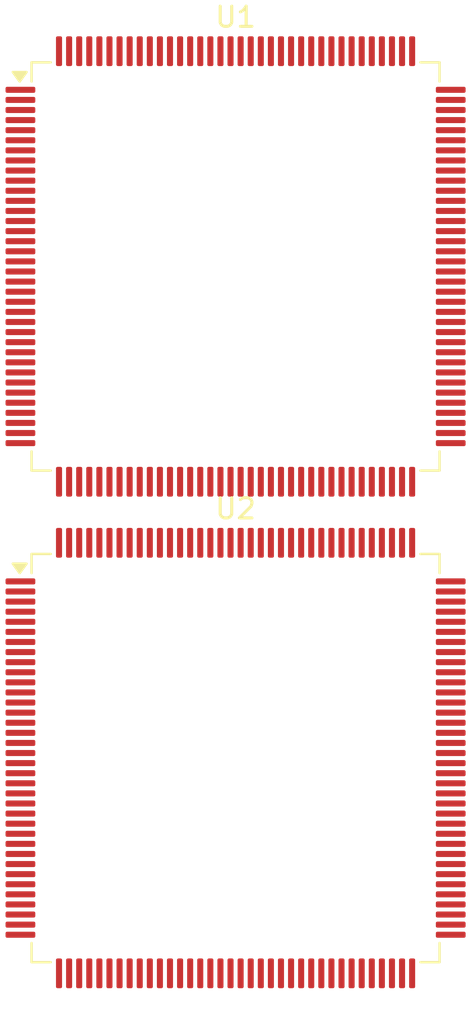
<source format=kicad_pcb>
(kicad_pcb (version 20240108) (generator "pcbnew") (generator_version "8.0")
  (layers (0 "F.Cu" signal) (31 "B.Cu" signal) (34 "B.Paste" user) (35 "F.Paste" user) (36 "B.SilkS" user "B.Silkscreen") (37 "F.SilkS" user "F.Silkscreen") (38 "B.Mask" user) (39 "F.Mask" user) (44 "Edge.Cuts" user))
  (net 0 "")
  (footprint "Package_QFP:LQFP-144_20x20mm_P0.5mm" (layer "F.Cu") (at 118.3375 96.25)
    (property "Reference" "U2" (at 0 -12.35 0) (layer "F.SilkS"))
    (property "Value" "SAME70_QFP144")
    (fp_line (start -10.11 -10.11) (end -10.11 -9.16) (stroke (width 0.12)) (layer "F.SilkS"))
    (fp_line (start -10.11 10.11) (end -10.11 9.16) (stroke (width 0.12)) (layer "F.SilkS"))
    (fp_line (start -9.16 -10.11) (end -10.11 -10.11) (stroke (width 0.12)) (layer "F.SilkS"))
    (fp_line (start -9.16 10.11) (end -10.11 10.11) (stroke (width 0.12)) (layer "F.SilkS"))
    (fp_line (start 9.16 -10.11) (end 10.11 -10.11) (stroke (width 0.12)) (layer "F.SilkS"))
    (fp_line (start 9.16 10.11) (end 10.11 10.11) (stroke (width 0.12)) (layer "F.SilkS"))
    (fp_line (start 10.11 -10.11) (end 10.11 -9.16) (stroke (width 0.12)) (layer "F.SilkS"))
    (fp_line (start 10.11 10.11) (end 10.11 9.16) (stroke (width 0.12)) (layer "F.SilkS"))
    (fp_poly (pts (xy -10.7 -9.16) (xy -11.04 -9.63) (xy -10.36 -9.63) (xy -10.7 -9.16)) (stroke (width 0.12)) (fill solid) (layer "F.SilkS"))
    (pad "1" smd roundrect (at -10.6625 -8.75) (size 1.475 0.3) (layers "F.Cu" "F.Paste" "F.Mask"))
    (pad "2" smd roundrect (at -10.6625 -8.25) (size 1.475 0.3) (layers "F.Cu" "F.Paste" "F.Mask"))
    (pad "3" smd roundrect (at -10.6625 -7.75) (size 1.475 0.3) (layers "F.Cu" "F.Paste" "F.Mask"))
    (pad "4" smd roundrect (at -10.6625 -7.25) (size 1.475 0.3) (layers "F.Cu" "F.Paste" "F.Mask"))
    (pad "5" smd roundrect (at -10.6625 -6.75) (size 1.475 0.3) (layers "F.Cu" "F.Paste" "F.Mask"))
    (pad "6" smd roundrect (at -10.6625 -6.25) (size 1.475 0.3) (layers "F.Cu" "F.Paste" "F.Mask"))
    (pad "7" smd roundrect (at -10.6625 -5.75) (size 1.475 0.3) (layers "F.Cu" "F.Paste" "F.Mask"))
    (pad "8" smd roundrect (at -10.6625 -5.25) (size 1.475 0.3) (layers "F.Cu" "F.Paste" "F.Mask"))
    (pad "9" smd roundrect (at -10.6625 -4.75) (size 1.475 0.3) (layers "F.Cu" "F.Paste" "F.Mask"))
    (pad "10" smd roundrect (at -10.6625 -4.25) (size 1.475 0.3) (layers "F.Cu" "F.Paste" "F.Mask"))
    (pad "11" smd roundrect (at -10.6625 -3.75) (size 1.475 0.3) (layers "F.Cu" "F.Paste" "F.Mask"))
    (pad "12" smd roundrect (at -10.6625 -3.25) (size 1.475 0.3) (layers "F.Cu" "F.Paste" "F.Mask"))
    (pad "13" smd roundrect (at -10.6625 -2.75) (size 1.475 0.3) (layers "F.Cu" "F.Paste" "F.Mask"))
    (pad "14" smd roundrect (at -10.6625 -2.25) (size 1.475 0.3) (layers "F.Cu" "F.Paste" "F.Mask"))
    (pad "15" smd roundrect (at -10.6625 -1.75) (size 1.475 0.3) (layers "F.Cu" "F.Paste" "F.Mask"))
    (pad "16" smd roundrect (at -10.6625 -1.25) (size 1.475 0.3) (layers "F.Cu" "F.Paste" "F.Mask"))
    (pad "17" smd roundrect (at -10.6625 -0.75) (size 1.475 0.3) (layers "F.Cu" "F.Paste" "F.Mask"))
    (pad "18" smd roundrect (at -10.6625 -0.25) (size 1.475 0.3) (layers "F.Cu" "F.Paste" "F.Mask"))
    (pad "19" smd roundrect (at -10.6625 0.25) (size 1.475 0.3) (layers "F.Cu" "F.Paste" "F.Mask"))
    (pad "20" smd roundrect (at -10.6625 0.75) (size 1.475 0.3) (layers "F.Cu" "F.Paste" "F.Mask"))
    (pad "21" smd roundrect (at -10.6625 1.25) (size 1.475 0.3) (layers "F.Cu" "F.Paste" "F.Mask"))
    (pad "22" smd roundrect (at -10.6625 1.75) (size 1.475 0.3) (layers "F.Cu" "F.Paste" "F.Mask"))
    (pad "23" smd roundrect (at -10.6625 2.25) (size 1.475 0.3) (layers "F.Cu" "F.Paste" "F.Mask"))
    (pad "24" smd roundrect (at -10.6625 2.75) (size 1.475 0.3) (layers "F.Cu" "F.Paste" "F.Mask"))
    (pad "25" smd roundrect (at -10.6625 3.25) (size 1.475 0.3) (layers "F.Cu" "F.Paste" "F.Mask"))
    (pad "26" smd roundrect (at -10.6625 3.75) (size 1.475 0.3) (layers "F.Cu" "F.Paste" "F.Mask"))
    (pad "27" smd roundrect (at -10.6625 4.25) (size 1.475 0.3) (layers "F.Cu" "F.Paste" "F.Mask"))
    (pad "28" smd roundrect (at -10.6625 4.75) (size 1.475 0.3) (layers "F.Cu" "F.Paste" "F.Mask"))
    (pad "29" smd roundrect (at -10.6625 5.25) (size 1.475 0.3) (layers "F.Cu" "F.Paste" "F.Mask"))
    (pad "30" smd roundrect (at -10.6625 5.75) (size 1.475 0.3) (layers "F.Cu" "F.Paste" "F.Mask"))
    (pad "31" smd roundrect (at -10.6625 6.25) (size 1.475 0.3) (layers "F.Cu" "F.Paste" "F.Mask"))
    (pad "32" smd roundrect (at -10.6625 6.75) (size 1.475 0.3) (layers "F.Cu" "F.Paste" "F.Mask"))
    (pad "33" smd roundrect (at -10.6625 7.25) (size 1.475 0.3) (layers "F.Cu" "F.Paste" "F.Mask"))
    (pad "34" smd roundrect (at -10.6625 7.75) (size 1.475 0.3) (layers "F.Cu" "F.Paste" "F.Mask"))
    (pad "35" smd roundrect (at -10.6625 8.25) (size 1.475 0.3) (layers "F.Cu" "F.Paste" "F.Mask"))
    (pad "36" smd roundrect (at -10.6625 8.75) (size 1.475 0.3) (layers "F.Cu" "F.Paste" "F.Mask"))
    (pad "37" smd roundrect (at -8.75 10.6625) (size 0.3 1.475) (layers "F.Cu" "F.Paste" "F.Mask"))
    (pad "38" smd roundrect (at -8.25 10.6625) (size 0.3 1.475) (layers "F.Cu" "F.Paste" "F.Mask"))
    (pad "39" smd roundrect (at -7.75 10.6625) (size 0.3 1.475) (layers "F.Cu" "F.Paste" "F.Mask"))
    (pad "40" smd roundrect (at -7.25 10.6625) (size 0.3 1.475) (layers "F.Cu" "F.Paste" "F.Mask"))
    (pad "41" smd roundrect (at -6.75 10.6625) (size 0.3 1.475) (layers "F.Cu" "F.Paste" "F.Mask"))
    (pad "42" smd roundrect (at -6.25 10.6625) (size 0.3 1.475) (layers "F.Cu" "F.Paste" "F.Mask"))
    (pad "43" smd roundrect (at -5.75 10.6625) (size 0.3 1.475) (layers "F.Cu" "F.Paste" "F.Mask"))
    (pad "44" smd roundrect (at -5.25 10.6625) (size 0.3 1.475) (layers "F.Cu" "F.Paste" "F.Mask"))
    (pad "45" smd roundrect (at -4.75 10.6625) (size 0.3 1.475) (layers "F.Cu" "F.Paste" "F.Mask"))
    (pad "46" smd roundrect (at -4.25 10.6625) (size 0.3 1.475) (layers "F.Cu" "F.Paste" "F.Mask"))
    (pad "47" smd roundrect (at -3.75 10.6625) (size 0.3 1.475) (layers "F.Cu" "F.Paste" "F.Mask"))
    (pad "48" smd roundrect (at -3.25 10.6625) (size 0.3 1.475) (layers "F.Cu" "F.Paste" "F.Mask"))
    (pad "49" smd roundrect (at -2.75 10.6625) (size 0.3 1.475) (layers "F.Cu" "F.Paste" "F.Mask"))
    (pad "50" smd roundrect (at -2.25 10.6625) (size 0.3 1.475) (layers "F.Cu" "F.Paste" "F.Mask"))
    (pad "51" smd roundrect (at -1.75 10.6625) (size 0.3 1.475) (layers "F.Cu" "F.Paste" "F.Mask"))
    (pad "52" smd roundrect (at -1.25 10.6625) (size 0.3 1.475) (layers "F.Cu" "F.Paste" "F.Mask"))
    (pad "53" smd roundrect (at -0.75 10.6625) (size 0.3 1.475) (layers "F.Cu" "F.Paste" "F.Mask"))
    (pad "54" smd roundrect (at -0.25 10.6625) (size 0.3 1.475) (layers "F.Cu" "F.Paste" "F.Mask"))
    (pad "55" smd roundrect (at 0.25 10.6625) (size 0.3 1.475) (layers "F.Cu" "F.Paste" "F.Mask"))
    (pad "56" smd roundrect (at 0.75 10.6625) (size 0.3 1.475) (layers "F.Cu" "F.Paste" "F.Mask"))
    (pad "57" smd roundrect (at 1.25 10.6625) (size 0.3 1.475) (layers "F.Cu" "F.Paste" "F.Mask"))
    (pad "58" smd roundrect (at 1.75 10.6625) (size 0.3 1.475) (layers "F.Cu" "F.Paste" "F.Mask"))
    (pad "59" smd roundrect (at 2.25 10.6625) (size 0.3 1.475) (layers "F.Cu" "F.Paste" "F.Mask"))
    (pad "60" smd roundrect (at 2.75 10.6625) (size 0.3 1.475) (layers "F.Cu" "F.Paste" "F.Mask"))
    (pad "61" smd roundrect (at 3.25 10.6625) (size 0.3 1.475) (layers "F.Cu" "F.Paste" "F.Mask"))
    (pad "62" smd roundrect (at 3.75 10.6625) (size 0.3 1.475) (layers "F.Cu" "F.Paste" "F.Mask"))
    (pad "63" smd roundrect (at 4.25 10.6625) (size 0.3 1.475) (layers "F.Cu" "F.Paste" "F.Mask"))
    (pad "64" smd roundrect (at 4.75 10.6625) (size 0.3 1.475) (layers "F.Cu" "F.Paste" "F.Mask"))
    (pad "65" smd roundrect (at 5.25 10.6625) (size 0.3 1.475) (layers "F.Cu" "F.Paste" "F.Mask"))
    (pad "66" smd roundrect (at 5.75 10.6625) (size 0.3 1.475) (layers "F.Cu" "F.Paste" "F.Mask"))
    (pad "67" smd roundrect (at 6.25 10.6625) (size 0.3 1.475) (layers "F.Cu" "F.Paste" "F.Mask"))
    (pad "68" smd roundrect (at 6.75 10.6625) (size 0.3 1.475) (layers "F.Cu" "F.Paste" "F.Mask"))
    (pad "69" smd roundrect (at 7.25 10.6625) (size 0.3 1.475) (layers "F.Cu" "F.Paste" "F.Mask"))
    (pad "70" smd roundrect (at 7.75 10.6625) (size 0.3 1.475) (layers "F.Cu" "F.Paste" "F.Mask"))
    (pad "71" smd roundrect (at 8.25 10.6625) (size 0.3 1.475) (layers "F.Cu" "F.Paste" "F.Mask"))
    (pad "72" smd roundrect (at 8.75 10.6625) (size 0.3 1.475) (layers "F.Cu" "F.Paste" "F.Mask"))
    (pad "73" smd roundrect (at 10.6625 8.75) (size 1.475 0.3) (layers "F.Cu" "F.Paste" "F.Mask"))
    (pad "74" smd roundrect (at 10.6625 8.25) (size 1.475 0.3) (layers "F.Cu" "F.Paste" "F.Mask"))
    (pad "75" smd roundrect (at 10.6625 7.75) (size 1.475 0.3) (layers "F.Cu" "F.Paste" "F.Mask"))
    (pad "76" smd roundrect (at 10.6625 7.25) (size 1.475 0.3) (layers "F.Cu" "F.Paste" "F.Mask"))
    (pad "77" smd roundrect (at 10.6625 6.75) (size 1.475 0.3) (layers "F.Cu" "F.Paste" "F.Mask"))
    (pad "78" smd roundrect (at 10.6625 6.25) (size 1.475 0.3) (layers "F.Cu" "F.Paste" "F.Mask"))
    (pad "79" smd roundrect (at 10.6625 5.75) (size 1.475 0.3) (layers "F.Cu" "F.Paste" "F.Mask"))
    (pad "80" smd roundrect (at 10.6625 5.25) (size 1.475 0.3) (layers "F.Cu" "F.Paste" "F.Mask"))
    (pad "81" smd roundrect (at 10.6625 4.75) (size 1.475 0.3) (layers "F.Cu" "F.Paste" "F.Mask"))
    (pad "82" smd roundrect (at 10.6625 4.25) (size 1.475 0.3) (layers "F.Cu" "F.Paste" "F.Mask"))
    (pad "83" smd roundrect (at 10.6625 3.75) (size 1.475 0.3) (layers "F.Cu" "F.Paste" "F.Mask"))
    (pad "84" smd roundrect (at 10.6625 3.25) (size 1.475 0.3) (layers "F.Cu" "F.Paste" "F.Mask"))
    (pad "85" smd roundrect (at 10.6625 2.75) (size 1.475 0.3) (layers "F.Cu" "F.Paste" "F.Mask"))
    (pad "86" smd roundrect (at 10.6625 2.25) (size 1.475 0.3) (layers "F.Cu" "F.Paste" "F.Mask"))
    (pad "87" smd roundrect (at 10.6625 1.75) (size 1.475 0.3) (layers "F.Cu" "F.Paste" "F.Mask"))
    (pad "88" smd roundrect (at 10.6625 1.25) (size 1.475 0.3) (layers "F.Cu" "F.Paste" "F.Mask"))
    (pad "89" smd roundrect (at 10.6625 0.75) (size 1.475 0.3) (layers "F.Cu" "F.Paste" "F.Mask"))
    (pad "90" smd roundrect (at 10.6625 0.25) (size 1.475 0.3) (layers "F.Cu" "F.Paste" "F.Mask"))
    (pad "91" smd roundrect (at 10.6625 -0.25) (size 1.475 0.3) (layers "F.Cu" "F.Paste" "F.Mask"))
    (pad "92" smd roundrect (at 10.6625 -0.75) (size 1.475 0.3) (layers "F.Cu" "F.Paste" "F.Mask"))
    (pad "93" smd roundrect (at 10.6625 -1.25) (size 1.475 0.3) (layers "F.Cu" "F.Paste" "F.Mask"))
    (pad "94" smd roundrect (at 10.6625 -1.75) (size 1.475 0.3) (layers "F.Cu" "F.Paste" "F.Mask"))
    (pad "95" smd roundrect (at 10.6625 -2.25) (size 1.475 0.3) (layers "F.Cu" "F.Paste" "F.Mask"))
    (pad "96" smd roundrect (at 10.6625 -2.75) (size 1.475 0.3) (layers "F.Cu" "F.Paste" "F.Mask"))
    (pad "97" smd roundrect (at 10.6625 -3.25) (size 1.475 0.3) (layers "F.Cu" "F.Paste" "F.Mask"))
    (pad "98" smd roundrect (at 10.6625 -3.75) (size 1.475 0.3) (layers "F.Cu" "F.Paste" "F.Mask"))
    (pad "99" smd roundrect (at 10.6625 -4.25) (size 1.475 0.3) (layers "F.Cu" "F.Paste" "F.Mask"))
    (pad "100" smd roundrect (at 10.6625 -4.75) (size 1.475 0.3) (layers "F.Cu" "F.Paste" "F.Mask"))
    (pad "101" smd roundrect (at 10.6625 -5.25) (size 1.475 0.3) (layers "F.Cu" "F.Paste" "F.Mask"))
    (pad "102" smd roundrect (at 10.6625 -5.75) (size 1.475 0.3) (layers "F.Cu" "F.Paste" "F.Mask"))
    (pad "103" smd roundrect (at 10.6625 -6.25) (size 1.475 0.3) (layers "F.Cu" "F.Paste" "F.Mask"))
    (pad "104" smd roundrect (at 10.6625 -6.75) (size 1.475 0.3) (layers "F.Cu" "F.Paste" "F.Mask"))
    (pad "105" smd roundrect (at 10.6625 -7.25) (size 1.475 0.3) (layers "F.Cu" "F.Paste" "F.Mask"))
    (pad "106" smd roundrect (at 10.6625 -7.75) (size 1.475 0.3) (layers "F.Cu" "F.Paste" "F.Mask"))
    (pad "107" smd roundrect (at 10.6625 -8.25) (size 1.475 0.3) (layers "F.Cu" "F.Paste" "F.Mask"))
    (pad "108" smd roundrect (at 10.6625 -8.75) (size 1.475 0.3) (layers "F.Cu" "F.Paste" "F.Mask"))
    (pad "109" smd roundrect (at 8.75 -10.6625) (size 0.3 1.475) (layers "F.Cu" "F.Paste" "F.Mask"))
    (pad "110" smd roundrect (at 8.25 -10.6625) (size 0.3 1.475) (layers "F.Cu" "F.Paste" "F.Mask"))
    (pad "111" smd roundrect (at 7.75 -10.6625) (size 0.3 1.475) (layers "F.Cu" "F.Paste" "F.Mask"))
    (pad "112" smd roundrect (at 7.25 -10.6625) (size 0.3 1.475) (layers "F.Cu" "F.Paste" "F.Mask"))
    (pad "113" smd roundrect (at 6.75 -10.6625) (size 0.3 1.475) (layers "F.Cu" "F.Paste" "F.Mask"))
    (pad "114" smd roundrect (at 6.25 -10.6625) (size 0.3 1.475) (layers "F.Cu" "F.Paste" "F.Mask"))
    (pad "115" smd roundrect (at 5.75 -10.6625) (size 0.3 1.475) (layers "F.Cu" "F.Paste" "F.Mask"))
    (pad "116" smd roundrect (at 5.25 -10.6625) (size 0.3 1.475) (layers "F.Cu" "F.Paste" "F.Mask"))
    (pad "117" smd roundrect (at 4.75 -10.6625) (size 0.3 1.475) (layers "F.Cu" "F.Paste" "F.Mask"))
    (pad "118" smd roundrect (at 4.25 -10.6625) (size 0.3 1.475) (layers "F.Cu" "F.Paste" "F.Mask"))
    (pad "119" smd roundrect (at 3.75 -10.6625) (size 0.3 1.475) (layers "F.Cu" "F.Paste" "F.Mask"))
    (pad "120" smd roundrect (at 3.25 -10.6625) (size 0.3 1.475) (layers "F.Cu" "F.Paste" "F.Mask"))
    (pad "121" smd roundrect (at 2.75 -10.6625) (size 0.3 1.475) (layers "F.Cu" "F.Paste" "F.Mask"))
    (pad "122" smd roundrect (at 2.25 -10.6625) (size 0.3 1.475) (layers "F.Cu" "F.Paste" "F.Mask"))
    (pad "123" smd roundrect (at 1.75 -10.6625) (size 0.3 1.475) (layers "F.Cu" "F.Paste" "F.Mask"))
    (pad "124" smd roundrect (at 1.25 -10.6625) (size 0.3 1.475) (layers "F.Cu" "F.Paste" "F.Mask"))
    (pad "125" smd roundrect (at 0.75 -10.6625) (size 0.3 1.475) (layers "F.Cu" "F.Paste" "F.Mask"))
    (pad "126" smd roundrect (at 0.25 -10.6625) (size 0.3 1.475) (layers "F.Cu" "F.Paste" "F.Mask"))
    (pad "127" smd roundrect (at -0.25 -10.6625) (size 0.3 1.475) (layers "F.Cu" "F.Paste" "F.Mask"))
    (pad "128" smd roundrect (at -0.75 -10.6625) (size 0.3 1.475) (layers "F.Cu" "F.Paste" "F.Mask"))
    (pad "129" smd roundrect (at -1.25 -10.6625) (size 0.3 1.475) (layers "F.Cu" "F.Paste" "F.Mask"))
    (pad "130" smd roundrect (at -1.75 -10.6625) (size 0.3 1.475) (layers "F.Cu" "F.Paste" "F.Mask"))
    (pad "131" smd roundrect (at -2.25 -10.6625) (size 0.3 1.475) (layers "F.Cu" "F.Paste" "F.Mask"))
    (pad "132" smd roundrect (at -2.75 -10.6625) (size 0.3 1.475) (layers "F.Cu" "F.Paste" "F.Mask"))
    (pad "133" smd roundrect (at -3.25 -10.6625) (size 0.3 1.475) (layers "F.Cu" "F.Paste" "F.Mask"))
    (pad "134" smd roundrect (at -3.75 -10.6625) (size 0.3 1.475) (layers "F.Cu" "F.Paste" "F.Mask"))
    (pad "135" smd roundrect (at -4.25 -10.6625) (size 0.3 1.475) (layers "F.Cu" "F.Paste" "F.Mask"))
    (pad "136" smd roundrect (at -4.75 -10.6625) (size 0.3 1.475) (layers "F.Cu" "F.Paste" "F.Mask"))
    (pad "137" smd roundrect (at -5.25 -10.6625) (size 0.3 1.475) (layers "F.Cu" "F.Paste" "F.Mask"))
    (pad "138" smd roundrect (at -5.75 -10.6625) (size 0.3 1.475) (layers "F.Cu" "F.Paste" "F.Mask"))
    (pad "139" smd roundrect (at -6.25 -10.6625) (size 0.3 1.475) (layers "F.Cu" "F.Paste" "F.Mask"))
    (pad "140" smd roundrect (at -6.75 -10.6625) (size 0.3 1.475) (layers "F.Cu" "F.Paste" "F.Mask"))
    (pad "141" smd roundrect (at -7.25 -10.6625) (size 0.3 1.475) (layers "F.Cu" "F.Paste" "F.Mask"))
    (pad "142" smd roundrect (at -7.75 -10.6625) (size 0.3 1.475) (layers "F.Cu" "F.Paste" "F.Mask"))
    (pad "143" smd roundrect (at -8.25 -10.6625) (size 0.3 1.475) (layers "F.Cu" "F.Paste" "F.Mask"))
    (pad "144" smd roundrect (at -8.75 -10.6625) (size 0.3 1.475) (layers "F.Cu" "F.Paste" "F.Mask"))
  )
  (footprint "Package_QFP:LQFP-144_20x20mm_P0.5mm" (layer "F.Cu") (at 118.3375 71.9)
    (property "Reference" "U1" (at 0 -12.35 0) (layer "F.SilkS"))
    (property "Value" "ATSAME70Q21A-AN")
    (fp_line (start -10.11 -10.11) (end -10.11 -9.16) (stroke (width 0.12)) (layer "F.SilkS"))
    (fp_line (start -10.11 10.11) (end -10.11 9.16) (stroke (width 0.12)) (layer "F.SilkS"))
    (fp_line (start -9.16 -10.11) (end -10.11 -10.11) (stroke (width 0.12)) (layer "F.SilkS"))
    (fp_line (start -9.16 10.11) (end -10.11 10.11) (stroke (width 0.12)) (layer "F.SilkS"))
    (fp_line (start 9.16 -10.11) (end 10.11 -10.11) (stroke (width 0.12)) (layer "F.SilkS"))
    (fp_line (start 9.16 10.11) (end 10.11 10.11) (stroke (width 0.12)) (layer "F.SilkS"))
    (fp_line (start 10.11 -10.11) (end 10.11 -9.16) (stroke (width 0.12)) (layer "F.SilkS"))
    (fp_line (start 10.11 10.11) (end 10.11 9.16) (stroke (width 0.12)) (layer "F.SilkS"))
    (fp_poly (pts (xy -10.7 -9.16) (xy -11.04 -9.63) (xy -10.36 -9.63) (xy -10.7 -9.16)) (stroke (width 0.12)) (fill solid) (layer "F.SilkS"))
    (pad "1" smd roundrect (at -10.6625 -8.75) (size 1.475 0.3) (layers "F.Cu" "F.Paste" "F.Mask"))
    (pad "2" smd roundrect (at -10.6625 -8.25) (size 1.475 0.3) (layers "F.Cu" "F.Paste" "F.Mask"))
    (pad "3" smd roundrect (at -10.6625 -7.75) (size 1.475 0.3) (layers "F.Cu" "F.Paste" "F.Mask"))
    (pad "4" smd roundrect (at -10.6625 -7.25) (size 1.475 0.3) (layers "F.Cu" "F.Paste" "F.Mask"))
    (pad "5" smd roundrect (at -10.6625 -6.75) (size 1.475 0.3) (layers "F.Cu" "F.Paste" "F.Mask"))
    (pad "6" smd roundrect (at -10.6625 -6.25) (size 1.475 0.3) (layers "F.Cu" "F.Paste" "F.Mask"))
    (pad "7" smd roundrect (at -10.6625 -5.75) (size 1.475 0.3) (layers "F.Cu" "F.Paste" "F.Mask"))
    (pad "8" smd roundrect (at -10.6625 -5.25) (size 1.475 0.3) (layers "F.Cu" "F.Paste" "F.Mask"))
    (pad "9" smd roundrect (at -10.6625 -4.75) (size 1.475 0.3) (layers "F.Cu" "F.Paste" "F.Mask"))
    (pad "10" smd roundrect (at -10.6625 -4.25) (size 1.475 0.3) (layers "F.Cu" "F.Paste" "F.Mask"))
    (pad "11" smd roundrect (at -10.6625 -3.75) (size 1.475 0.3) (layers "F.Cu" "F.Paste" "F.Mask"))
    (pad "12" smd roundrect (at -10.6625 -3.25) (size 1.475 0.3) (layers "F.Cu" "F.Paste" "F.Mask"))
    (pad "13" smd roundrect (at -10.6625 -2.75) (size 1.475 0.3) (layers "F.Cu" "F.Paste" "F.Mask"))
    (pad "14" smd roundrect (at -10.6625 -2.25) (size 1.475 0.3) (layers "F.Cu" "F.Paste" "F.Mask"))
    (pad "15" smd roundrect (at -10.6625 -1.75) (size 1.475 0.3) (layers "F.Cu" "F.Paste" "F.Mask"))
    (pad "16" smd roundrect (at -10.6625 -1.25) (size 1.475 0.3) (layers "F.Cu" "F.Paste" "F.Mask"))
    (pad "17" smd roundrect (at -10.6625 -0.75) (size 1.475 0.3) (layers "F.Cu" "F.Paste" "F.Mask"))
    (pad "18" smd roundrect (at -10.6625 -0.25) (size 1.475 0.3) (layers "F.Cu" "F.Paste" "F.Mask"))
    (pad "19" smd roundrect (at -10.6625 0.25) (size 1.475 0.3) (layers "F.Cu" "F.Paste" "F.Mask"))
    (pad "20" smd roundrect (at -10.6625 0.75) (size 1.475 0.3) (layers "F.Cu" "F.Paste" "F.Mask"))
    (pad "21" smd roundrect (at -10.6625 1.25) (size 1.475 0.3) (layers "F.Cu" "F.Paste" "F.Mask"))
    (pad "22" smd roundrect (at -10.6625 1.75) (size 1.475 0.3) (layers "F.Cu" "F.Paste" "F.Mask"))
    (pad "23" smd roundrect (at -10.6625 2.25) (size 1.475 0.3) (layers "F.Cu" "F.Paste" "F.Mask"))
    (pad "24" smd roundrect (at -10.6625 2.75) (size 1.475 0.3) (layers "F.Cu" "F.Paste" "F.Mask"))
    (pad "25" smd roundrect (at -10.6625 3.25) (size 1.475 0.3) (layers "F.Cu" "F.Paste" "F.Mask"))
    (pad "26" smd roundrect (at -10.6625 3.75) (size 1.475 0.3) (layers "F.Cu" "F.Paste" "F.Mask"))
    (pad "27" smd roundrect (at -10.6625 4.25) (size 1.475 0.3) (layers "F.Cu" "F.Paste" "F.Mask"))
    (pad "28" smd roundrect (at -10.6625 4.75) (size 1.475 0.3) (layers "F.Cu" "F.Paste" "F.Mask"))
    (pad "29" smd roundrect (at -10.6625 5.25) (size 1.475 0.3) (layers "F.Cu" "F.Paste" "F.Mask"))
    (pad "30" smd roundrect (at -10.6625 5.75) (size 1.475 0.3) (layers "F.Cu" "F.Paste" "F.Mask"))
    (pad "31" smd roundrect (at -10.6625 6.25) (size 1.475 0.3) (layers "F.Cu" "F.Paste" "F.Mask"))
    (pad "32" smd roundrect (at -10.6625 6.75) (size 1.475 0.3) (layers "F.Cu" "F.Paste" "F.Mask"))
    (pad "33" smd roundrect (at -10.6625 7.25) (size 1.475 0.3) (layers "F.Cu" "F.Paste" "F.Mask"))
    (pad "34" smd roundrect (at -10.6625 7.75) (size 1.475 0.3) (layers "F.Cu" "F.Paste" "F.Mask"))
    (pad "35" smd roundrect (at -10.6625 8.25) (size 1.475 0.3) (layers "F.Cu" "F.Paste" "F.Mask"))
    (pad "36" smd roundrect (at -10.6625 8.75) (size 1.475 0.3) (layers "F.Cu" "F.Paste" "F.Mask"))
    (pad "37" smd roundrect (at -8.75 10.6625) (size 0.3 1.475) (layers "F.Cu" "F.Paste" "F.Mask"))
    (pad "38" smd roundrect (at -8.25 10.6625) (size 0.3 1.475) (layers "F.Cu" "F.Paste" "F.Mask"))
    (pad "39" smd roundrect (at -7.75 10.6625) (size 0.3 1.475) (layers "F.Cu" "F.Paste" "F.Mask"))
    (pad "40" smd roundrect (at -7.25 10.6625) (size 0.3 1.475) (layers "F.Cu" "F.Paste" "F.Mask"))
    (pad "41" smd roundrect (at -6.75 10.6625) (size 0.3 1.475) (layers "F.Cu" "F.Paste" "F.Mask"))
    (pad "42" smd roundrect (at -6.25 10.6625) (size 0.3 1.475) (layers "F.Cu" "F.Paste" "F.Mask"))
    (pad "43" smd roundrect (at -5.75 10.6625) (size 0.3 1.475) (layers "F.Cu" "F.Paste" "F.Mask"))
    (pad "44" smd roundrect (at -5.25 10.6625) (size 0.3 1.475) (layers "F.Cu" "F.Paste" "F.Mask"))
    (pad "45" smd roundrect (at -4.75 10.6625) (size 0.3 1.475) (layers "F.Cu" "F.Paste" "F.Mask"))
    (pad "46" smd roundrect (at -4.25 10.6625) (size 0.3 1.475) (layers "F.Cu" "F.Paste" "F.Mask"))
    (pad "47" smd roundrect (at -3.75 10.6625) (size 0.3 1.475) (layers "F.Cu" "F.Paste" "F.Mask"))
    (pad "48" smd roundrect (at -3.25 10.6625) (size 0.3 1.475) (layers "F.Cu" "F.Paste" "F.Mask"))
    (pad "49" smd roundrect (at -2.75 10.6625) (size 0.3 1.475) (layers "F.Cu" "F.Paste" "F.Mask"))
    (pad "50" smd roundrect (at -2.25 10.6625) (size 0.3 1.475) (layers "F.Cu" "F.Paste" "F.Mask"))
    (pad "51" smd roundrect (at -1.75 10.6625) (size 0.3 1.475) (layers "F.Cu" "F.Paste" "F.Mask"))
    (pad "52" smd roundrect (at -1.25 10.6625) (size 0.3 1.475) (layers "F.Cu" "F.Paste" "F.Mask"))
    (pad "53" smd roundrect (at -0.75 10.6625) (size 0.3 1.475) (layers "F.Cu" "F.Paste" "F.Mask"))
    (pad "54" smd roundrect (at -0.25 10.6625) (size 0.3 1.475) (layers "F.Cu" "F.Paste" "F.Mask"))
    (pad "55" smd roundrect (at 0.25 10.6625) (size 0.3 1.475) (layers "F.Cu" "F.Paste" "F.Mask"))
    (pad "56" smd roundrect (at 0.75 10.6625) (size 0.3 1.475) (layers "F.Cu" "F.Paste" "F.Mask"))
    (pad "57" smd roundrect (at 1.25 10.6625) (size 0.3 1.475) (layers "F.Cu" "F.Paste" "F.Mask"))
    (pad "58" smd roundrect (at 1.75 10.6625) (size 0.3 1.475) (layers "F.Cu" "F.Paste" "F.Mask"))
    (pad "59" smd roundrect (at 2.25 10.6625) (size 0.3 1.475) (layers "F.Cu" "F.Paste" "F.Mask"))
    (pad "60" smd roundrect (at 2.75 10.6625) (size 0.3 1.475) (layers "F.Cu" "F.Paste" "F.Mask"))
    (pad "61" smd roundrect (at 3.25 10.6625) (size 0.3 1.475) (layers "F.Cu" "F.Paste" "F.Mask"))
    (pad "62" smd roundrect (at 3.75 10.6625) (size 0.3 1.475) (layers "F.Cu" "F.Paste" "F.Mask"))
    (pad "63" smd roundrect (at 4.25 10.6625) (size 0.3 1.475) (layers "F.Cu" "F.Paste" "F.Mask"))
    (pad "64" smd roundrect (at 4.75 10.6625) (size 0.3 1.475) (layers "F.Cu" "F.Paste" "F.Mask"))
    (pad "65" smd roundrect (at 5.25 10.6625) (size 0.3 1.475) (layers "F.Cu" "F.Paste" "F.Mask"))
    (pad "66" smd roundrect (at 5.75 10.6625) (size 0.3 1.475) (layers "F.Cu" "F.Paste" "F.Mask"))
    (pad "67" smd roundrect (at 6.25 10.6625) (size 0.3 1.475) (layers "F.Cu" "F.Paste" "F.Mask"))
    (pad "68" smd roundrect (at 6.75 10.6625) (size 0.3 1.475) (layers "F.Cu" "F.Paste" "F.Mask"))
    (pad "69" smd roundrect (at 7.25 10.6625) (size 0.3 1.475) (layers "F.Cu" "F.Paste" "F.Mask"))
    (pad "70" smd roundrect (at 7.75 10.6625) (size 0.3 1.475) (layers "F.Cu" "F.Paste" "F.Mask"))
    (pad "71" smd roundrect (at 8.25 10.6625) (size 0.3 1.475) (layers "F.Cu" "F.Paste" "F.Mask"))
    (pad "72" smd roundrect (at 8.75 10.6625) (size 0.3 1.475) (layers "F.Cu" "F.Paste" "F.Mask"))
    (pad "73" smd roundrect (at 10.6625 8.75) (size 1.475 0.3) (layers "F.Cu" "F.Paste" "F.Mask"))
    (pad "74" smd roundrect (at 10.6625 8.25) (size 1.475 0.3) (layers "F.Cu" "F.Paste" "F.Mask"))
    (pad "75" smd roundrect (at 10.6625 7.75) (size 1.475 0.3) (layers "F.Cu" "F.Paste" "F.Mask"))
    (pad "76" smd roundrect (at 10.6625 7.25) (size 1.475 0.3) (layers "F.Cu" "F.Paste" "F.Mask"))
    (pad "77" smd roundrect (at 10.6625 6.75) (size 1.475 0.3) (layers "F.Cu" "F.Paste" "F.Mask"))
    (pad "78" smd roundrect (at 10.6625 6.25) (size 1.475 0.3) (layers "F.Cu" "F.Paste" "F.Mask"))
    (pad "79" smd roundrect (at 10.6625 5.75) (size 1.475 0.3) (layers "F.Cu" "F.Paste" "F.Mask"))
    (pad "80" smd roundrect (at 10.6625 5.25) (size 1.475 0.3) (layers "F.Cu" "F.Paste" "F.Mask"))
    (pad "81" smd roundrect (at 10.6625 4.75) (size 1.475 0.3) (layers "F.Cu" "F.Paste" "F.Mask"))
    (pad "82" smd roundrect (at 10.6625 4.25) (size 1.475 0.3) (layers "F.Cu" "F.Paste" "F.Mask"))
    (pad "83" smd roundrect (at 10.6625 3.75) (size 1.475 0.3) (layers "F.Cu" "F.Paste" "F.Mask"))
    (pad "84" smd roundrect (at 10.6625 3.25) (size 1.475 0.3) (layers "F.Cu" "F.Paste" "F.Mask"))
    (pad "85" smd roundrect (at 10.6625 2.75) (size 1.475 0.3) (layers "F.Cu" "F.Paste" "F.Mask"))
    (pad "86" smd roundrect (at 10.6625 2.25) (size 1.475 0.3) (layers "F.Cu" "F.Paste" "F.Mask"))
    (pad "87" smd roundrect (at 10.6625 1.75) (size 1.475 0.3) (layers "F.Cu" "F.Paste" "F.Mask"))
    (pad "88" smd roundrect (at 10.6625 1.25) (size 1.475 0.3) (layers "F.Cu" "F.Paste" "F.Mask"))
    (pad "89" smd roundrect (at 10.6625 0.75) (size 1.475 0.3) (layers "F.Cu" "F.Paste" "F.Mask"))
    (pad "90" smd roundrect (at 10.6625 0.25) (size 1.475 0.3) (layers "F.Cu" "F.Paste" "F.Mask"))
    (pad "91" smd roundrect (at 10.6625 -0.25) (size 1.475 0.3) (layers "F.Cu" "F.Paste" "F.Mask"))
    (pad "92" smd roundrect (at 10.6625 -0.75) (size 1.475 0.3) (layers "F.Cu" "F.Paste" "F.Mask"))
    (pad "93" smd roundrect (at 10.6625 -1.25) (size 1.475 0.3) (layers "F.Cu" "F.Paste" "F.Mask"))
    (pad "94" smd roundrect (at 10.6625 -1.75) (size 1.475 0.3) (layers "F.Cu" "F.Paste" "F.Mask"))
    (pad "95" smd roundrect (at 10.6625 -2.25) (size 1.475 0.3) (layers "F.Cu" "F.Paste" "F.Mask"))
    (pad "96" smd roundrect (at 10.6625 -2.75) (size 1.475 0.3) (layers "F.Cu" "F.Paste" "F.Mask"))
    (pad "97" smd roundrect (at 10.6625 -3.25) (size 1.475 0.3) (layers "F.Cu" "F.Paste" "F.Mask"))
    (pad "98" smd roundrect (at 10.6625 -3.75) (size 1.475 0.3) (layers "F.Cu" "F.Paste" "F.Mask"))
    (pad "99" smd roundrect (at 10.6625 -4.25) (size 1.475 0.3) (layers "F.Cu" "F.Paste" "F.Mask"))
    (pad "100" smd roundrect (at 10.6625 -4.75) (size 1.475 0.3) (layers "F.Cu" "F.Paste" "F.Mask"))
    (pad "101" smd roundrect (at 10.6625 -5.25) (size 1.475 0.3) (layers "F.Cu" "F.Paste" "F.Mask"))
    (pad "102" smd roundrect (at 10.6625 -5.75) (size 1.475 0.3) (layers "F.Cu" "F.Paste" "F.Mask"))
    (pad "103" smd roundrect (at 10.6625 -6.25) (size 1.475 0.3) (layers "F.Cu" "F.Paste" "F.Mask"))
    (pad "104" smd roundrect (at 10.6625 -6.75) (size 1.475 0.3) (layers "F.Cu" "F.Paste" "F.Mask"))
    (pad "105" smd roundrect (at 10.6625 -7.25) (size 1.475 0.3) (layers "F.Cu" "F.Paste" "F.Mask"))
    (pad "106" smd roundrect (at 10.6625 -7.75) (size 1.475 0.3) (layers "F.Cu" "F.Paste" "F.Mask"))
    (pad "107" smd roundrect (at 10.6625 -8.25) (size 1.475 0.3) (layers "F.Cu" "F.Paste" "F.Mask"))
    (pad "108" smd roundrect (at 10.6625 -8.75) (size 1.475 0.3) (layers "F.Cu" "F.Paste" "F.Mask"))
    (pad "109" smd roundrect (at 8.75 -10.6625) (size 0.3 1.475) (layers "F.Cu" "F.Paste" "F.Mask"))
    (pad "110" smd roundrect (at 8.25 -10.6625) (size 0.3 1.475) (layers "F.Cu" "F.Paste" "F.Mask"))
    (pad "111" smd roundrect (at 7.75 -10.6625) (size 0.3 1.475) (layers "F.Cu" "F.Paste" "F.Mask"))
    (pad "112" smd roundrect (at 7.25 -10.6625) (size 0.3 1.475) (layers "F.Cu" "F.Paste" "F.Mask"))
    (pad "113" smd roundrect (at 6.75 -10.6625) (size 0.3 1.475) (layers "F.Cu" "F.Paste" "F.Mask"))
    (pad "114" smd roundrect (at 6.25 -10.6625) (size 0.3 1.475) (layers "F.Cu" "F.Paste" "F.Mask"))
    (pad "115" smd roundrect (at 5.75 -10.6625) (size 0.3 1.475) (layers "F.Cu" "F.Paste" "F.Mask"))
    (pad "116" smd roundrect (at 5.25 -10.6625) (size 0.3 1.475) (layers "F.Cu" "F.Paste" "F.Mask"))
    (pad "117" smd roundrect (at 4.75 -10.6625) (size 0.3 1.475) (layers "F.Cu" "F.Paste" "F.Mask"))
    (pad "118" smd roundrect (at 4.25 -10.6625) (size 0.3 1.475) (layers "F.Cu" "F.Paste" "F.Mask"))
    (pad "119" smd roundrect (at 3.75 -10.6625) (size 0.3 1.475) (layers "F.Cu" "F.Paste" "F.Mask"))
    (pad "120" smd roundrect (at 3.25 -10.6625) (size 0.3 1.475) (layers "F.Cu" "F.Paste" "F.Mask"))
    (pad "121" smd roundrect (at 2.75 -10.6625) (size 0.3 1.475) (layers "F.Cu" "F.Paste" "F.Mask"))
    (pad "122" smd roundrect (at 2.25 -10.6625) (size 0.3 1.475) (layers "F.Cu" "F.Paste" "F.Mask"))
    (pad "123" smd roundrect (at 1.75 -10.6625) (size 0.3 1.475) (layers "F.Cu" "F.Paste" "F.Mask"))
    (pad "124" smd roundrect (at 1.25 -10.6625) (size 0.3 1.475) (layers "F.Cu" "F.Paste" "F.Mask"))
    (pad "125" smd roundrect (at 0.75 -10.6625) (size 0.3 1.475) (layers "F.Cu" "F.Paste" "F.Mask"))
    (pad "126" smd roundrect (at 0.25 -10.6625) (size 0.3 1.475) (layers "F.Cu" "F.Paste" "F.Mask"))
    (pad "127" smd roundrect (at -0.25 -10.6625) (size 0.3 1.475) (layers "F.Cu" "F.Paste" "F.Mask"))
    (pad "128" smd roundrect (at -0.75 -10.6625) (size 0.3 1.475) (layers "F.Cu" "F.Paste" "F.Mask"))
    (pad "129" smd roundrect (at -1.25 -10.6625) (size 0.3 1.475) (layers "F.Cu" "F.Paste" "F.Mask"))
    (pad "130" smd roundrect (at -1.75 -10.6625) (size 0.3 1.475) (layers "F.Cu" "F.Paste" "F.Mask"))
    (pad "131" smd roundrect (at -2.25 -10.6625) (size 0.3 1.475) (layers "F.Cu" "F.Paste" "F.Mask"))
    (pad "132" smd roundrect (at -2.75 -10.6625) (size 0.3 1.475) (layers "F.Cu" "F.Paste" "F.Mask"))
    (pad "133" smd roundrect (at -3.25 -10.6625) (size 0.3 1.475) (layers "F.Cu" "F.Paste" "F.Mask"))
    (pad "134" smd roundrect (at -3.75 -10.6625) (size 0.3 1.475) (layers "F.Cu" "F.Paste" "F.Mask"))
    (pad "135" smd roundrect (at -4.25 -10.6625) (size 0.3 1.475) (layers "F.Cu" "F.Paste" "F.Mask"))
    (pad "136" smd roundrect (at -4.75 -10.6625) (size 0.3 1.475) (layers "F.Cu" "F.Paste" "F.Mask"))
    (pad "137" smd roundrect (at -5.25 -10.6625) (size 0.3 1.475) (layers "F.Cu" "F.Paste" "F.Mask"))
    (pad "138" smd roundrect (at -5.75 -10.6625) (size 0.3 1.475) (layers "F.Cu" "F.Paste" "F.Mask"))
    (pad "139" smd roundrect (at -6.25 -10.6625) (size 0.3 1.475) (layers "F.Cu" "F.Paste" "F.Mask"))
    (pad "140" smd roundrect (at -6.75 -10.6625) (size 0.3 1.475) (layers "F.Cu" "F.Paste" "F.Mask"))
    (pad "141" smd roundrect (at -7.25 -10.6625) (size 0.3 1.475) (layers "F.Cu" "F.Paste" "F.Mask"))
    (pad "142" smd roundrect (at -7.75 -10.6625) (size 0.3 1.475) (layers "F.Cu" "F.Paste" "F.Mask"))
    (pad "143" smd roundrect (at -8.25 -10.6625) (size 0.3 1.475) (layers "F.Cu" "F.Paste" "F.Mask"))
    (pad "144" smd roundrect (at -8.75 -10.6625) (size 0.3 1.475) (layers "F.Cu" "F.Paste" "F.Mask"))
  )
)
</source>
